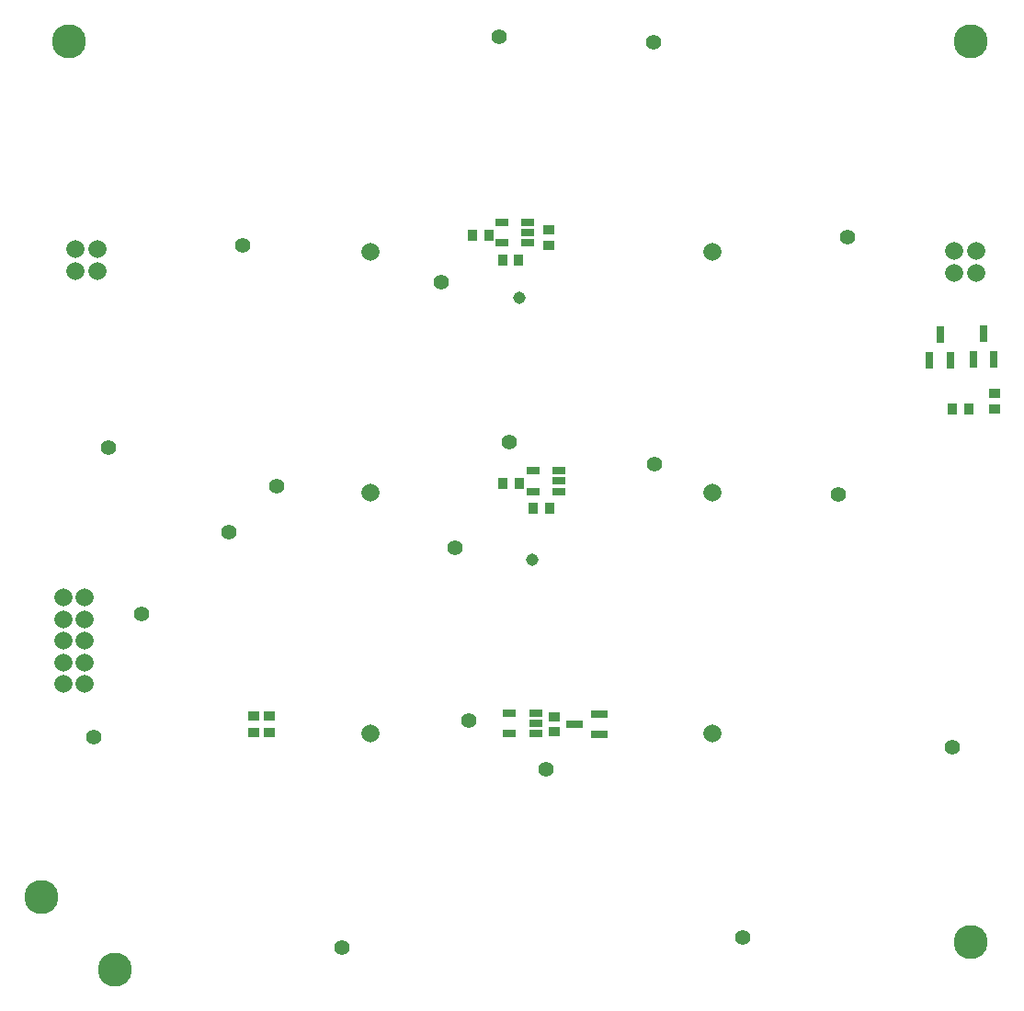
<source format=gbr>
%TF.GenerationSoftware,Altium Limited,Altium Designer,18.1.7 (191)*%
G04 Layer_Color=16711935*
%FSLAX43Y43*%
%MOMM*%
%TF.FileFunction,Soldermask,Bot*%
%TF.Part,Single*%
G01*
G75*
%TA.AperFunction,SMDPad,CuDef*%
%ADD32R,1.040X0.840*%
%ADD33R,0.740X1.590*%
%ADD34R,0.840X1.040*%
%ADD35R,1.240X0.790*%
%ADD36R,1.590X0.740*%
%ADD37R,1.040X0.940*%
%TA.AperFunction,ComponentPad*%
%ADD38C,1.664*%
%TA.AperFunction,ViaPad*%
%ADD39C,3.140*%
%ADD40C,1.410*%
%ADD41C,1.140*%
D32*
X21775Y24057D02*
D03*
Y25557D02*
D03*
X23200Y24057D02*
D03*
Y25557D02*
D03*
X89953Y55341D02*
D03*
Y53841D02*
D03*
D33*
X89926Y58420D02*
D03*
X88026D02*
D03*
X88976Y60770D02*
D03*
X85913Y58388D02*
D03*
X84013D02*
D03*
X84963Y60738D02*
D03*
D34*
X86119Y53841D02*
D03*
X87619D02*
D03*
X44736Y47037D02*
D03*
X46236D02*
D03*
X49011Y44737D02*
D03*
X47511D02*
D03*
X46160Y67604D02*
D03*
X44660D02*
D03*
X41885Y69904D02*
D03*
X43385D02*
D03*
D35*
X49861Y48187D02*
D03*
Y47237D02*
D03*
Y46287D02*
D03*
X47461D02*
D03*
Y48187D02*
D03*
X47722Y25886D02*
D03*
Y24936D02*
D03*
Y23986D02*
D03*
X45322D02*
D03*
Y25886D02*
D03*
X47010Y71054D02*
D03*
Y70104D02*
D03*
Y69154D02*
D03*
X44610D02*
D03*
Y71054D02*
D03*
D36*
X53622Y25761D02*
D03*
Y23861D02*
D03*
X51272Y24811D02*
D03*
D37*
X49447Y25511D02*
D03*
Y24111D02*
D03*
X48903Y68958D02*
D03*
Y70358D02*
D03*
D38*
X32512Y46179D02*
D03*
X64012Y24000D02*
D03*
Y68358D02*
D03*
X32512D02*
D03*
Y24000D02*
D03*
X64012Y46179D02*
D03*
X6191Y28512D02*
D03*
X4191D02*
D03*
X6191Y30512D02*
D03*
X4191D02*
D03*
X6191Y32512D02*
D03*
X4191D02*
D03*
X6191Y34512D02*
D03*
X4191D02*
D03*
X6191Y36512D02*
D03*
X4191D02*
D03*
X5323Y68599D02*
D03*
Y66599D02*
D03*
X7323Y68599D02*
D03*
Y66599D02*
D03*
X88265Y68421D02*
D03*
X86265D02*
D03*
X88265Y66421D02*
D03*
X86265D02*
D03*
D39*
X8925Y2200D02*
D03*
X4725Y87750D02*
D03*
X87750D02*
D03*
Y4725D02*
D03*
X2200Y8925D02*
D03*
D40*
X40259Y41119D02*
D03*
X19431Y42545D02*
D03*
X11430Y35024D02*
D03*
X6985Y23644D02*
D03*
X66802Y5207D02*
D03*
X58547Y87630D02*
D03*
X44322Y88138D02*
D03*
X76454Y69723D02*
D03*
X20701Y68929D02*
D03*
X8382Y50292D02*
D03*
X29845Y4292D02*
D03*
X86122Y22733D02*
D03*
X41529Y25146D02*
D03*
X48641Y20701D02*
D03*
X23876Y46736D02*
D03*
X75565Y46002D02*
D03*
X58674Y48766D02*
D03*
X45301Y50800D02*
D03*
X38989Y65532D02*
D03*
D41*
X46260Y64135D02*
D03*
X47411Y40005D02*
D03*
%TF.MD5,7da05fccb6727947af56ea0b12cdc846*%
M02*

</source>
